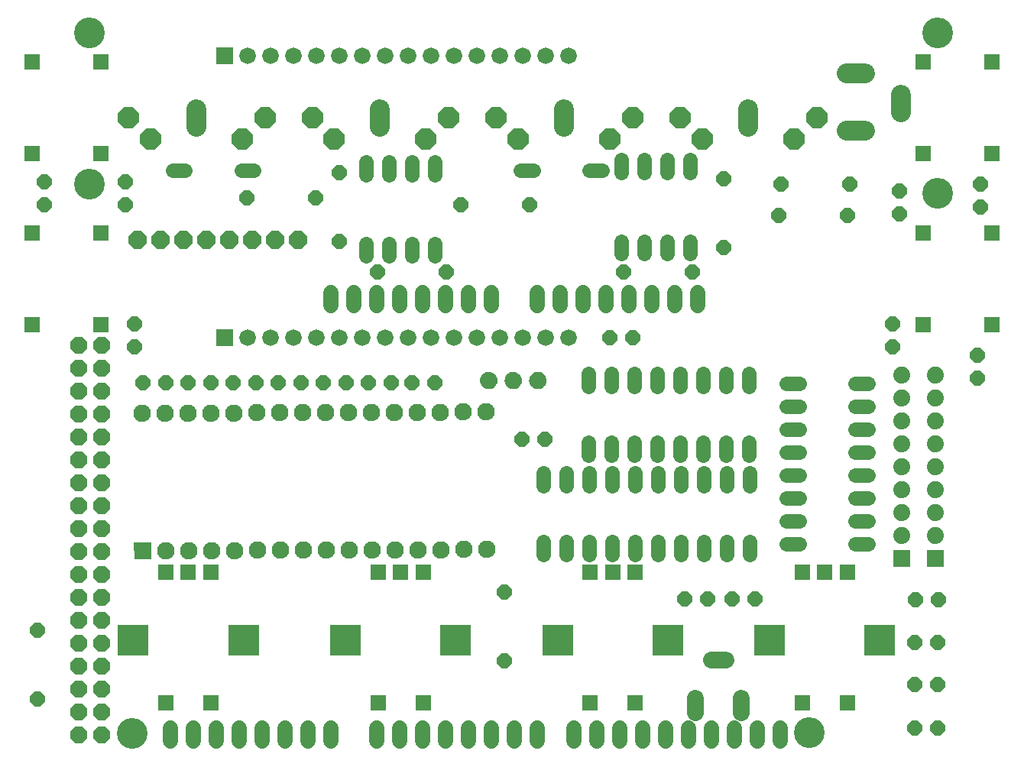
<source format=gbs>
G75*
%MOIN*%
%OFA0B0*%
%FSLAX25Y25*%
%IPPOS*%
%LPD*%
%AMOC8*
5,1,8,0,0,1.08239X$1,22.5*
%
%ADD10C,0.13398*%
%ADD11C,0.06546*%
%ADD12OC8,0.07400*%
%ADD13R,0.07600X0.07600*%
%ADD14C,0.07600*%
%ADD15C,0.06400*%
%ADD16R,0.07200X0.07200*%
%ADD17C,0.07200*%
%ADD18R,0.07137X0.07137*%
%ADD19R,0.13461X0.13461*%
%ADD20OC8,0.06400*%
%ADD21R,0.07400X0.07400*%
%ADD22C,0.07400*%
%ADD23R,0.06743X0.06743*%
%ADD24C,0.07200*%
%ADD25C,0.08674*%
%ADD26OC8,0.07800*%
%ADD27OC8,0.09400*%
%ADD28C,0.08600*%
%ADD29C,0.00500*%
D10*
X0051358Y0011516D03*
X0032480Y0250984D03*
X0032480Y0316929D03*
X0346542Y0011606D03*
X0402559Y0247047D03*
X0402559Y0316929D03*
D11*
X0298071Y0203700D02*
X0298071Y0197954D01*
X0288071Y0197954D02*
X0288071Y0203700D01*
X0278071Y0203700D02*
X0278071Y0197954D01*
X0268071Y0197954D02*
X0268071Y0203700D01*
X0258071Y0203700D02*
X0258071Y0197954D01*
X0248071Y0197954D02*
X0248071Y0203700D01*
X0238071Y0203700D02*
X0238071Y0197954D01*
X0228071Y0197954D02*
X0228071Y0203700D01*
X0208071Y0203700D02*
X0208071Y0197954D01*
X0198071Y0197954D02*
X0198071Y0203700D01*
X0188071Y0203700D02*
X0188071Y0197954D01*
X0178071Y0197954D02*
X0178071Y0203700D01*
X0168071Y0203700D02*
X0168071Y0197954D01*
X0158071Y0197954D02*
X0158071Y0203700D01*
X0148071Y0203700D02*
X0148071Y0197954D01*
X0138071Y0197954D02*
X0138071Y0203700D01*
X0138071Y0013700D02*
X0138071Y0007954D01*
X0128071Y0007954D02*
X0128071Y0013700D01*
X0118071Y0013700D02*
X0118071Y0007954D01*
X0108071Y0007954D02*
X0108071Y0013700D01*
X0098071Y0013700D02*
X0098071Y0007954D01*
X0088071Y0007954D02*
X0088071Y0013700D01*
X0078071Y0013700D02*
X0078071Y0007954D01*
X0068071Y0007954D02*
X0068071Y0013700D01*
X0158071Y0013700D02*
X0158071Y0007954D01*
X0168071Y0007954D02*
X0168071Y0013700D01*
X0178071Y0013700D02*
X0178071Y0007954D01*
X0188071Y0007954D02*
X0188071Y0013700D01*
X0198071Y0013700D02*
X0198071Y0007954D01*
X0208071Y0007954D02*
X0208071Y0013700D01*
X0218071Y0013700D02*
X0218071Y0007954D01*
X0228071Y0007954D02*
X0228071Y0013700D01*
X0244071Y0013700D02*
X0244071Y0007954D01*
X0254071Y0007954D02*
X0254071Y0013700D01*
X0264071Y0013700D02*
X0264071Y0007954D01*
X0274071Y0007954D02*
X0274071Y0013700D01*
X0284071Y0013700D02*
X0284071Y0007954D01*
X0294071Y0007954D02*
X0294071Y0013700D01*
X0304071Y0013700D02*
X0304071Y0007954D01*
X0314071Y0007954D02*
X0314071Y0013700D01*
X0324071Y0013700D02*
X0324071Y0007954D01*
X0334071Y0007954D02*
X0334071Y0013700D01*
D12*
X0038071Y0010827D03*
X0038071Y0020827D03*
X0028071Y0020827D03*
X0028071Y0010827D03*
X0028071Y0030827D03*
X0028071Y0040827D03*
X0028071Y0050827D03*
X0028071Y0060827D03*
X0028071Y0070827D03*
X0038071Y0070827D03*
X0038071Y0060827D03*
X0038071Y0050827D03*
X0038071Y0040827D03*
X0038071Y0030827D03*
X0038071Y0080827D03*
X0038071Y0090827D03*
X0038071Y0100827D03*
X0038071Y0110827D03*
X0028071Y0110827D03*
X0028071Y0100827D03*
X0028071Y0090827D03*
X0028071Y0080827D03*
X0028071Y0120827D03*
X0028071Y0130827D03*
X0028071Y0140827D03*
X0028071Y0150827D03*
X0028071Y0160827D03*
X0038071Y0160827D03*
X0038071Y0150827D03*
X0038071Y0140827D03*
X0038071Y0130827D03*
X0038071Y0120827D03*
X0038071Y0170827D03*
X0038071Y0180827D03*
X0028071Y0180827D03*
X0028071Y0170827D03*
D13*
G36*
X0059705Y0094865D02*
X0059732Y0087266D01*
X0052133Y0087239D01*
X0052106Y0094838D01*
X0059705Y0094865D01*
G37*
D14*
X0065919Y0091086D03*
X0075919Y0091121D03*
X0085919Y0091156D03*
X0095919Y0091191D03*
X0105919Y0091226D03*
X0115919Y0091261D03*
X0125919Y0091296D03*
X0135919Y0091331D03*
X0145918Y0091366D03*
X0155918Y0091401D03*
X0165918Y0091436D03*
X0175918Y0091470D03*
X0185918Y0091505D03*
X0195918Y0091540D03*
X0205918Y0091575D03*
X0205709Y0151575D03*
X0195709Y0151540D03*
X0185709Y0151505D03*
X0175709Y0151470D03*
X0165709Y0151435D03*
X0155709Y0151400D03*
X0145709Y0151365D03*
X0135709Y0151330D03*
X0125709Y0151296D03*
X0115709Y0151261D03*
X0105709Y0151226D03*
X0095709Y0151191D03*
X0085709Y0151156D03*
X0075709Y0151121D03*
X0065710Y0151086D03*
X0055710Y0151051D03*
D15*
X0068814Y0256890D02*
X0074414Y0256890D01*
X0098814Y0256890D02*
X0104414Y0256890D01*
X0153307Y0255157D02*
X0153307Y0260757D01*
X0163307Y0260757D02*
X0163307Y0255157D01*
X0173307Y0255157D02*
X0173307Y0260757D01*
X0183307Y0260757D02*
X0183307Y0255157D01*
X0183307Y0225157D02*
X0183307Y0219557D01*
X0173307Y0219557D02*
X0173307Y0225157D01*
X0163307Y0225157D02*
X0163307Y0219557D01*
X0153307Y0219557D02*
X0153307Y0225157D01*
X0220563Y0256879D02*
X0226163Y0256879D01*
X0250563Y0256879D02*
X0256163Y0256879D01*
X0264528Y0256142D02*
X0264528Y0261742D01*
X0274528Y0261742D02*
X0274528Y0256142D01*
X0284528Y0256142D02*
X0284528Y0261742D01*
X0294528Y0261742D02*
X0294528Y0256142D01*
X0294528Y0226142D02*
X0294528Y0220542D01*
X0284528Y0220542D02*
X0284528Y0226142D01*
X0274528Y0226142D02*
X0274528Y0220542D01*
X0264528Y0220542D02*
X0264528Y0226142D01*
X0260433Y0168391D02*
X0260433Y0162791D01*
X0270433Y0162791D02*
X0270433Y0168391D01*
X0280433Y0168391D02*
X0280433Y0162791D01*
X0290433Y0162791D02*
X0290433Y0168391D01*
X0300433Y0168391D02*
X0300433Y0162791D01*
X0310433Y0162791D02*
X0310433Y0168391D01*
X0320433Y0168391D02*
X0320433Y0162791D01*
X0336531Y0163937D02*
X0342131Y0163937D01*
X0342131Y0153937D02*
X0336531Y0153937D01*
X0336531Y0143937D02*
X0342131Y0143937D01*
X0342131Y0133937D02*
X0336531Y0133937D01*
X0336531Y0123937D02*
X0342131Y0123937D01*
X0342131Y0113937D02*
X0336531Y0113937D01*
X0336531Y0103937D02*
X0342131Y0103937D01*
X0342131Y0093937D02*
X0336531Y0093937D01*
X0320591Y0095083D02*
X0320591Y0089483D01*
X0310591Y0089483D02*
X0310591Y0095083D01*
X0300591Y0095083D02*
X0300591Y0089483D01*
X0290591Y0089483D02*
X0290591Y0095083D01*
X0280591Y0095083D02*
X0280591Y0089483D01*
X0270591Y0089483D02*
X0270591Y0095083D01*
X0260591Y0095083D02*
X0260591Y0089483D01*
X0250591Y0089483D02*
X0250591Y0095083D01*
X0240591Y0095083D02*
X0240591Y0089483D01*
X0230591Y0089483D02*
X0230591Y0095083D01*
X0230591Y0119483D02*
X0230591Y0125083D01*
X0240591Y0125083D02*
X0240591Y0119483D01*
X0250591Y0119483D02*
X0250591Y0125083D01*
X0250433Y0132791D02*
X0250433Y0138391D01*
X0260433Y0138391D02*
X0260433Y0132791D01*
X0260591Y0125083D02*
X0260591Y0119483D01*
X0270591Y0119483D02*
X0270591Y0125083D01*
X0270433Y0132791D02*
X0270433Y0138391D01*
X0280433Y0138391D02*
X0280433Y0132791D01*
X0280591Y0125083D02*
X0280591Y0119483D01*
X0290591Y0119483D02*
X0290591Y0125083D01*
X0290433Y0132791D02*
X0290433Y0138391D01*
X0300433Y0138391D02*
X0300433Y0132791D01*
X0300591Y0125083D02*
X0300591Y0119483D01*
X0310591Y0119483D02*
X0310591Y0125083D01*
X0310433Y0132791D02*
X0310433Y0138391D01*
X0320433Y0138391D02*
X0320433Y0132791D01*
X0320591Y0125083D02*
X0320591Y0119483D01*
X0366531Y0123937D02*
X0372131Y0123937D01*
X0372131Y0113937D02*
X0366531Y0113937D01*
X0366531Y0103937D02*
X0372131Y0103937D01*
X0372131Y0093937D02*
X0366531Y0093937D01*
X0366531Y0133937D02*
X0372131Y0133937D01*
X0372131Y0143937D02*
X0366531Y0143937D01*
X0366531Y0153937D02*
X0372131Y0153937D01*
X0372131Y0163937D02*
X0366531Y0163937D01*
X0250433Y0162791D02*
X0250433Y0168391D01*
D16*
X0091535Y0184055D03*
X0091535Y0307087D03*
D17*
X0101535Y0307087D03*
X0111535Y0307087D03*
X0121535Y0307087D03*
X0131535Y0307087D03*
X0141535Y0307087D03*
X0151535Y0307087D03*
X0161535Y0307087D03*
X0171535Y0307087D03*
X0181535Y0307087D03*
X0191535Y0307087D03*
X0201535Y0307087D03*
X0211535Y0307087D03*
X0221535Y0307087D03*
X0231535Y0307087D03*
X0241535Y0307087D03*
X0241535Y0184055D03*
X0231535Y0184055D03*
X0221535Y0184055D03*
X0211535Y0184055D03*
X0201535Y0184055D03*
X0191535Y0184055D03*
X0181535Y0184055D03*
X0171535Y0184055D03*
X0161535Y0184055D03*
X0151535Y0184055D03*
X0141535Y0184055D03*
X0131535Y0184055D03*
X0121535Y0184055D03*
X0111535Y0184055D03*
X0101535Y0184055D03*
D18*
X0085630Y0081693D03*
X0075787Y0081693D03*
X0065945Y0081693D03*
X0065945Y0024606D03*
X0085630Y0024606D03*
X0158465Y0024606D03*
X0178150Y0024606D03*
X0178150Y0081693D03*
X0168307Y0081693D03*
X0158465Y0081693D03*
X0250984Y0081693D03*
X0260827Y0081693D03*
X0270669Y0081693D03*
X0270669Y0024606D03*
X0250984Y0024606D03*
X0343504Y0024606D03*
X0363189Y0024606D03*
X0363189Y0081693D03*
X0353346Y0081693D03*
X0343504Y0081693D03*
D19*
X0329331Y0052165D03*
X0284843Y0052165D03*
X0236811Y0052165D03*
X0192323Y0052165D03*
X0144291Y0052165D03*
X0099803Y0052165D03*
X0051772Y0052165D03*
X0377362Y0052165D03*
D20*
X0009843Y0026339D03*
X0009843Y0056339D03*
X0056024Y0164370D03*
X0066024Y0164370D03*
X0075709Y0164370D03*
X0085709Y0164370D03*
X0095394Y0164370D03*
X0105394Y0164370D03*
X0115079Y0164370D03*
X0125079Y0164370D03*
X0134764Y0164370D03*
X0144764Y0164370D03*
X0154449Y0164370D03*
X0164449Y0164370D03*
X0173150Y0164370D03*
X0183150Y0164370D03*
X0221378Y0139764D03*
X0231378Y0139764D03*
X0259764Y0184055D03*
X0269764Y0184055D03*
X0265512Y0212598D03*
X0295512Y0212598D03*
X0309420Y0223278D03*
X0333425Y0237205D03*
X0334409Y0250984D03*
X0309420Y0253278D03*
X0364409Y0250984D03*
X0363425Y0237205D03*
X0385827Y0238110D03*
X0385827Y0248110D03*
X0421260Y0251063D03*
X0421260Y0241063D03*
X0382874Y0190039D03*
X0382874Y0180039D03*
X0419826Y0176456D03*
X0419826Y0166456D03*
X0402950Y0069612D03*
X0392950Y0069612D03*
X0392638Y0051181D03*
X0402638Y0051181D03*
X0402495Y0032750D03*
X0392495Y0032750D03*
X0392638Y0013780D03*
X0402638Y0013780D03*
X0322913Y0069882D03*
X0312913Y0069882D03*
X0302244Y0069882D03*
X0292244Y0069882D03*
X0213583Y0073071D03*
X0213583Y0043071D03*
X0188228Y0212598D03*
X0194646Y0242126D03*
X0224646Y0242126D03*
X0158228Y0212598D03*
X0141732Y0226142D03*
X0131142Y0245079D03*
X0141732Y0256142D03*
X0101142Y0245079D03*
X0052165Y0190039D03*
X0052165Y0180039D03*
X0048228Y0242047D03*
X0048228Y0252047D03*
X0012795Y0252047D03*
X0012795Y0242047D03*
D21*
X0386811Y0087598D03*
X0401575Y0087598D03*
D22*
X0401575Y0097598D03*
X0401575Y0107598D03*
X0401575Y0117598D03*
X0401575Y0127598D03*
X0401575Y0137598D03*
X0401575Y0147598D03*
X0401575Y0157598D03*
X0401575Y0167598D03*
X0386811Y0167598D03*
X0386811Y0157598D03*
X0386811Y0147598D03*
X0386811Y0137598D03*
X0386811Y0127598D03*
X0386811Y0117598D03*
X0386811Y0107598D03*
X0386811Y0097598D03*
D23*
X0396417Y0189646D03*
X0426417Y0189646D03*
X0426417Y0229646D03*
X0426417Y0264449D03*
X0396417Y0264449D03*
X0396417Y0229646D03*
X0396417Y0304449D03*
X0426417Y0304449D03*
X0037638Y0304449D03*
X0007638Y0304449D03*
X0007638Y0264449D03*
X0007638Y0229646D03*
X0037638Y0229646D03*
X0037638Y0264449D03*
X0037638Y0189646D03*
X0007638Y0189646D03*
D24*
X0297087Y0026665D02*
X0297087Y0020265D01*
X0317087Y0020265D02*
X0317087Y0026665D01*
X0310287Y0043465D02*
X0303887Y0043465D01*
D25*
X0363012Y0274409D02*
X0370886Y0274409D01*
X0386634Y0282283D02*
X0386634Y0290157D01*
X0370886Y0299213D02*
X0363012Y0299213D01*
D26*
X0123531Y0226811D03*
X0113531Y0226811D03*
X0103531Y0226811D03*
X0093531Y0226811D03*
X0083531Y0226811D03*
X0073531Y0226811D03*
X0063531Y0226811D03*
X0053531Y0226811D03*
D27*
X0059232Y0270591D03*
X0049626Y0280197D03*
X0099232Y0270591D03*
X0109232Y0280197D03*
X0129843Y0280197D03*
X0139449Y0270591D03*
X0179449Y0270591D03*
X0189449Y0280197D03*
X0210059Y0280197D03*
X0219665Y0270591D03*
X0259665Y0270591D03*
X0269665Y0280197D03*
X0290276Y0280197D03*
X0299882Y0270591D03*
X0339882Y0270591D03*
X0349882Y0280197D03*
D28*
X0319882Y0283703D02*
X0319882Y0275903D01*
X0239665Y0275903D02*
X0239665Y0283703D01*
X0159449Y0283703D02*
X0159449Y0275903D01*
X0079232Y0275903D02*
X0079232Y0283703D01*
D29*
X0203986Y0167275D02*
X0203658Y0166675D01*
X0203453Y0166023D01*
X0203380Y0165344D01*
X0203453Y0164665D01*
X0203658Y0164013D01*
X0203986Y0163414D01*
X0204425Y0162890D01*
X0204958Y0162462D01*
X0205563Y0162147D01*
X0206219Y0161955D01*
X0206900Y0161895D01*
X0207559Y0161961D01*
X0208193Y0162155D01*
X0208776Y0162469D01*
X0209287Y0162891D01*
X0209706Y0163405D01*
X0210017Y0163990D01*
X0210207Y0164625D01*
X0210270Y0165284D01*
X0210218Y0165957D01*
X0210035Y0166606D01*
X0209729Y0167208D01*
X0209312Y0167738D01*
X0208799Y0168176D01*
X0208211Y0168506D01*
X0207570Y0168715D01*
X0206900Y0168794D01*
X0206219Y0168734D01*
X0205563Y0168543D01*
X0204957Y0168227D01*
X0204425Y0167798D01*
X0203986Y0167275D01*
X0204175Y0167500D02*
X0209499Y0167500D01*
X0209834Y0167001D02*
X0203837Y0167001D01*
X0203604Y0166503D02*
X0210064Y0166503D01*
X0210204Y0166004D02*
X0203451Y0166004D01*
X0203397Y0165506D02*
X0210253Y0165506D01*
X0210244Y0165007D02*
X0203416Y0165007D01*
X0203503Y0164509D02*
X0210172Y0164509D01*
X0210023Y0164010D02*
X0203660Y0164010D01*
X0203933Y0163512D02*
X0209763Y0163512D01*
X0209387Y0163013D02*
X0204322Y0163013D01*
X0204893Y0162515D02*
X0208831Y0162515D01*
X0207738Y0162016D02*
X0206010Y0162016D01*
X0204674Y0167998D02*
X0209007Y0167998D01*
X0208228Y0168497D02*
X0205475Y0168497D01*
X0214136Y0166084D02*
X0214342Y0166725D01*
X0214669Y0167314D01*
X0215105Y0167828D01*
X0215632Y0168247D01*
X0216231Y0168554D01*
X0216879Y0168740D01*
X0217550Y0168795D01*
X0218222Y0168722D01*
X0218866Y0168519D01*
X0219458Y0168195D01*
X0219976Y0167761D01*
X0220399Y0167235D01*
X0220711Y0166635D01*
X0220901Y0165987D01*
X0220960Y0165314D01*
X0220900Y0164653D01*
X0220712Y0164017D01*
X0220403Y0163429D01*
X0219986Y0162913D01*
X0219476Y0162489D01*
X0218893Y0162172D01*
X0218260Y0161974D01*
X0217600Y0161905D01*
X0216912Y0161969D01*
X0216249Y0162167D01*
X0215639Y0162490D01*
X0215102Y0162926D01*
X0214662Y0163459D01*
X0214333Y0164067D01*
X0214130Y0164727D01*
X0214059Y0165415D01*
X0214136Y0166084D01*
X0214127Y0166004D02*
X0220896Y0166004D01*
X0220943Y0165506D02*
X0214070Y0165506D01*
X0214101Y0165007D02*
X0220932Y0165007D01*
X0220857Y0164509D02*
X0214197Y0164509D01*
X0214364Y0164010D02*
X0220708Y0164010D01*
X0220446Y0163512D02*
X0214633Y0163512D01*
X0215030Y0163013D02*
X0220067Y0163013D01*
X0219507Y0162515D02*
X0215608Y0162515D01*
X0216755Y0162016D02*
X0218394Y0162016D01*
X0220750Y0166503D02*
X0214271Y0166503D01*
X0214495Y0167001D02*
X0220521Y0167001D01*
X0220186Y0167500D02*
X0214827Y0167500D01*
X0215320Y0167998D02*
X0219693Y0167998D01*
X0218907Y0168497D02*
X0216119Y0168497D01*
X0224831Y0166085D02*
X0225044Y0166737D01*
X0225380Y0167334D01*
X0225826Y0167854D01*
X0226365Y0168277D01*
X0226976Y0168587D01*
X0227636Y0168772D01*
X0228320Y0168824D01*
X0228987Y0168746D01*
X0229626Y0168539D01*
X0230212Y0168211D01*
X0230723Y0167776D01*
X0231139Y0167248D01*
X0231444Y0166650D01*
X0231627Y0166004D01*
X0231680Y0165334D01*
X0231622Y0164670D01*
X0231436Y0164030D01*
X0231129Y0163438D01*
X0230712Y0162918D01*
X0230202Y0162489D01*
X0229618Y0162168D01*
X0228982Y0161968D01*
X0228319Y0161894D01*
X0227628Y0161956D01*
X0226962Y0162152D01*
X0226347Y0162474D01*
X0225807Y0162910D01*
X0225362Y0163443D01*
X0225030Y0164052D01*
X0224823Y0164715D01*
X0224749Y0165405D01*
X0224831Y0166085D01*
X0224821Y0166004D02*
X0231627Y0166004D01*
X0231666Y0165506D02*
X0224761Y0165506D01*
X0224792Y0165007D02*
X0231652Y0165007D01*
X0231575Y0164509D02*
X0224887Y0164509D01*
X0225053Y0164010D02*
X0231426Y0164010D01*
X0231167Y0163512D02*
X0225324Y0163512D01*
X0225721Y0163013D02*
X0230788Y0163013D01*
X0230232Y0162515D02*
X0226297Y0162515D01*
X0227425Y0162016D02*
X0229136Y0162016D01*
X0231486Y0166503D02*
X0224968Y0166503D01*
X0225193Y0167001D02*
X0231265Y0167001D01*
X0230941Y0167500D02*
X0225522Y0167500D01*
X0226010Y0167998D02*
X0230462Y0167998D01*
X0229701Y0168497D02*
X0226798Y0168497D01*
M02*

</source>
